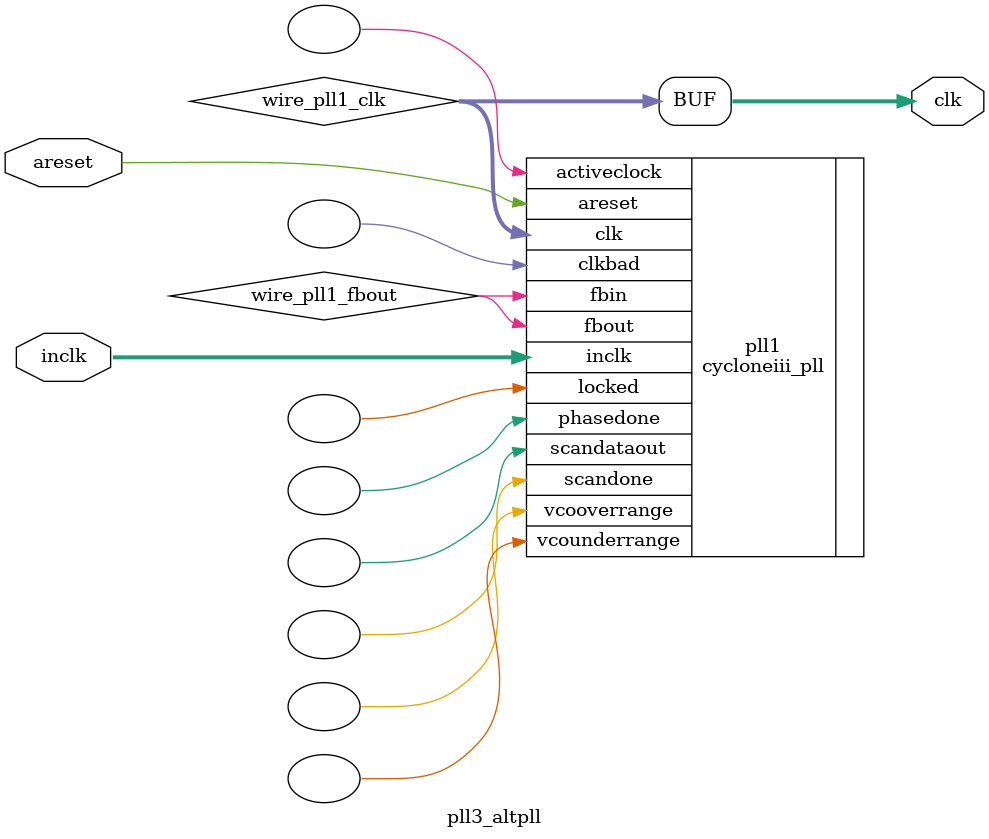
<source format=v>






//synthesis_resources = cycloneiii_pll 1 
//synopsys translate_off
`timescale 1 ps / 1 ps
//synopsys translate_on
module  pll3_altpll
	( 
	areset,
	clk,
	inclk) /* synthesis synthesis_clearbox=1 */;
	input   areset;
	output   [4:0]  clk;
	input   [1:0]  inclk;
`ifndef ALTERA_RESERVED_QIS
// synopsys translate_off
`endif
	tri0   areset;
	tri0   [1:0]  inclk;
`ifndef ALTERA_RESERVED_QIS
// synopsys translate_on
`endif

	wire  [4:0]   wire_pll1_clk;
	wire  wire_pll1_fbout;

	cycloneiii_pll   pll1
	( 
	.activeclock(),
	.areset(areset),
	.clk(wire_pll1_clk),
	.clkbad(),
	.fbin(wire_pll1_fbout),
	.fbout(wire_pll1_fbout),
	.inclk(inclk),
	.locked(),
	.phasedone(),
	.scandataout(),
	.scandone(),
	.vcooverrange(),
	.vcounderrange()
	`ifndef FORMAL_VERIFICATION
	// synopsys translate_off
	`endif
	,
	.clkswitch(1'b0),
	.configupdate(1'b0),
	.pfdena(1'b1),
	.phasecounterselect({3{1'b0}}),
	.phasestep(1'b0),
	.phaseupdown(1'b0),
	.scanclk(1'b0),
	.scanclkena(1'b1),
	.scandata(1'b0)
	`ifndef FORMAL_VERIFICATION
	// synopsys translate_on
	`endif
	);
	defparam
		pll1.bandwidth_type = "auto",
		pll1.clk0_divide_by = 125,
		pll1.clk0_duty_cycle = 50,
		pll1.clk0_multiply_by = 2,
		pll1.clk0_phase_shift = "0",
		pll1.compensate_clock = "clk0",
		pll1.inclk0_input_frequency = 20000,
		pll1.operation_mode = "normal",
		pll1.pll_type = "auto",
		pll1.lpm_type = "cycloneiii_pll";
	assign
		clk = {wire_pll1_clk[4:0]};
endmodule //pll3_altpll
//VALID FILE

</source>
